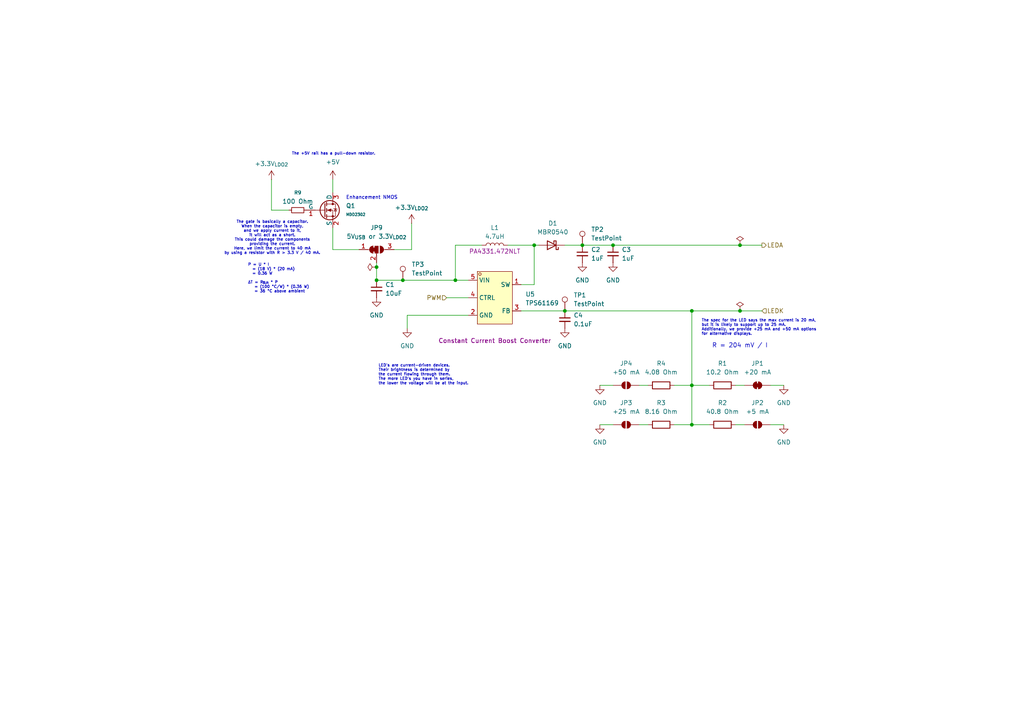
<source format=kicad_sch>
(kicad_sch (version 20250114) (generator "eeschema") (generator_version "9.0")
  (paper "A4")
  (title_block (company "Jakub Hlusička"))
  (lib_symbols
    (symbol "Connector:TestPoint" (pin_numbers (hide yes)) (pin_names (offset 0.762) (hide yes))
      (property "Reference" "TP" (at 0 6.858 0))
      (property "Value" "TestPoint" (at 0 5.08 0))
      (symbol "TestPoint_0_1"
        (circle (center 0 3.302) (radius 0.762))
      )
      (symbol "TestPoint_1_1"
        (pin passive line (at 0 0 90) (length 2.54) (name "1") (number "1"))
      )
    )
    (symbol "Device:C_Small" (pin_numbers (hide yes)) (pin_names (offset 0.254) (hide yes))
      (property "Reference" "C" (at 0.254 1.778 0))
      (property "Value" "C_Small" (at 0.254 -2.032 0))
      (symbol "C_Small_0_1"
        (polyline (pts (xy -1.524 0.508) (xy 1.524 0.508)) (stroke (width 0.3048)))
        (polyline (pts (xy -1.524 -0.508) (xy 1.524 -0.508)) (stroke (width 0.3302)))
      )
      (symbol "C_Small_1_1"
        (pin passive line (at 0 2.54 270) (length 2.032) (name "~") (number "1"))
        (pin passive line (at 0 -2.54 90) (length 2.032) (name "~") (number "2"))
      )
    )
    (symbol "Device:L" (pin_numbers (hide yes)) (pin_names (offset 1.016) (hide yes))
      (property "Reference" "L" (at -1.27 0 90))
      (property "Value" "L" (at 1.905 0 90))
      (symbol "L_0_1"
        (arc (start 0 2.54) (mid 0.6323 1.905) (end 0 1.27))
        (arc (start 0 1.27) (mid 0.6323 0.635) (end 0 0))
        (arc (start 0 0) (mid 0.6323 -0.635) (end 0 -1.27))
        (arc (start 0 -1.27) (mid 0.6323 -1.905) (end 0 -2.54))
      )
      (symbol "L_1_1"
        (pin passive line (at 0 3.81 270) (length 1.27) (name "1") (number "1"))
        (pin passive line (at 0 -3.81 90) (length 1.27) (name "2") (number "2"))
      )
    )
    (symbol "Device:R" (pin_numbers (hide yes)) (pin_names (offset 0))
      (property "Reference" "R" (at 2.032 0 90))
      (property "Value" "R" (at 0 0 90))
      (symbol "R_0_1"
        (rectangle (start -1.016 -2.54) (end 1.016 2.54) (stroke (width 0.254)))
      )
      (symbol "R_1_1"
        (pin passive line (at 0 3.81 270) (length 1.27) (name "~") (number "1"))
        (pin passive line (at 0 -3.81 90) (length 1.27) (name "~") (number "2"))
      )
    )
    (symbol "Device:R_Small" (pin_numbers (hide yes)) (pin_names (offset 0.254) (hide yes))
      (property "Reference" "R" (at 0 0 90))
      (property "Value" "R_Small" (at 1.778 0 90))
      (symbol "R_Small_0_1"
        (rectangle (start -0.762 1.778) (end 0.762 -1.778) (stroke (width 0.2032)))
      )
      (symbol "R_Small_1_1"
        (pin passive line (at 0 2.54 270) (length 0.762) (name "~") (number "1"))
        (pin passive line (at 0 -2.54 90) (length 0.762) (name "~") (number "2"))
      )
    )
    (symbol "Diode:MBR0540" (pin_numbers (hide yes)) (pin_names (offset 1.016) (hide yes))
      (property "Reference" "D" (at 0 2.54 0))
      (property "Value" "MBR0540" (at 0 -2.54 0))
      (symbol "MBR0540_0_1"
        (polyline (pts (xy -1.905 0.635) (xy -1.905 1.27) (xy -1.27 1.27) (xy -1.27 -1.27) (xy -0.635 -1.27) (xy -0.635 -0.635)) (stroke (width 0.254)))
        (polyline (pts (xy 1.27 1.27) (xy 1.27 -1.27) (xy -1.27 0) (xy 1.27 1.27)) (stroke (width 0.254)))
        (polyline (pts (xy 1.27 0) (xy -1.27 0)))
      )
      (symbol "MBR0540_1_1"
        (pin passive line (at -3.81 0 0) (length 2.54) (name "K") (number "1"))
        (pin passive line (at 3.81 0 180) (length 2.54) (name "A") (number "2"))
      )
    )
    (symbol "Jumper:SolderJumper_2_Bridged" (pin_numbers (hide yes)) (pin_names (offset 0) (hide yes)) (in_bom no)
      (property "Reference" "JP" (at 0 2.032 0))
      (property "Value" "SolderJumper_2_Bridged" (at 0 -2.54 0))
      (symbol "SolderJumper_2_Bridged_0_1"
        (rectangle (start -0.508 0.508) (end 0.508 -0.508) (fill (type outline)))
        (polyline (pts (xy -0.254 1.016) (xy -0.254 -1.016)))
        (arc (start -0.254 -1.016) (mid -1.2656 0) (end -0.254 1.016))
        (arc (start -0.254 -1.016) (mid -1.2656 0) (end -0.254 1.016) (fill (type outline)))
        (arc (start 0.254 1.016) (mid 1.2656 0) (end 0.254 -1.016))
        (arc (start 0.254 1.016) (mid 1.2656 0) (end 0.254 -1.016) (fill (type outline)))
        (polyline (pts (xy 0.254 1.016) (xy 0.254 -1.016)))
      )
      (symbol "SolderJumper_2_Bridged_1_1"
        (pin passive line (at -3.81 0 0) (length 2.54) (name "A") (number "1"))
        (pin passive line (at 3.81 0 180) (length 2.54) (name "B") (number "2"))
      )
    )
    (symbol "Jumper:SolderJumper_2_Open" (pin_numbers (hide yes)) (pin_names (offset 0) (hide yes)) (in_bom no)
      (property "Reference" "JP" (at 0 2.032 0))
      (property "Value" "SolderJumper_2_Open" (at 0 -2.54 0))
      (symbol "SolderJumper_2_Open_0_1"
        (polyline (pts (xy -0.254 1.016) (xy -0.254 -1.016)))
        (arc (start -0.254 -1.016) (mid -1.2656 0) (end -0.254 1.016))
        (arc (start -0.254 -1.016) (mid -1.2656 0) (end -0.254 1.016) (fill (type outline)))
        (arc (start 0.254 1.016) (mid 1.2656 0) (end 0.254 -1.016))
        (arc (start 0.254 1.016) (mid 1.2656 0) (end 0.254 -1.016) (fill (type outline)))
        (polyline (pts (xy 0.254 1.016) (xy 0.254 -1.016)))
      )
      (symbol "SolderJumper_2_Open_1_1"
        (pin passive line (at -3.81 0 0) (length 2.54) (name "A") (number "1"))
        (pin passive line (at 3.81 0 180) (length 2.54) (name "B") (number "2"))
      )
    )
    (symbol "Jumper:SolderJumper_3_Bridged12" (pin_names (offset 0) (hide yes)) (in_bom no)
      (property "Reference" "JP" (at -2.54 -2.54 0))
      (property "Value" "SolderJumper_3_Bridged12" (at 0 2.794 0))
      (symbol "SolderJumper_3_Bridged12_0_1"
        (polyline (pts (xy -2.54 0) (xy -2.032 0)))
        (polyline (pts (xy -1.016 1.016) (xy -1.016 -1.016)))
        (rectangle (start -1.016 0.508) (end -0.508 -0.508) (fill (type outline)))
        (arc (start -1.016 -1.016) (mid -2.0276 0) (end -1.016 1.016))
        (arc (start -1.016 -1.016) (mid -2.0276 0) (end -1.016 1.016) (fill (type outline)))
        (rectangle (start -0.508 1.016) (end 0.508 -1.016) (fill (type outline)))
        (polyline (pts (xy 0 -1.27) (xy 0 -1.016)))
        (arc (start 1.016 1.016) (mid 2.0276 0) (end 1.016 -1.016))
        (arc (start 1.016 1.016) (mid 2.0276 0) (end 1.016 -1.016) (fill (type outline)))
        (polyline (pts (xy 1.016 1.016) (xy 1.016 -1.016)))
        (polyline (pts (xy 2.54 0) (xy 2.032 0)))
      )
      (symbol "SolderJumper_3_Bridged12_1_1"
        (pin passive line (at -5.08 0 0) (length 2.54) (name "A") (number "1"))
        (pin passive line (at 0 -3.81 90) (length 2.54) (name "C") (number "2"))
        (pin passive line (at 5.08 0 180) (length 2.54) (name "B") (number "3"))
      )
    )
    (symbol "PCM_JLCPCB-Transistors:NMOS,MDD2302" (pin_names (offset 0))
      (property "Reference" "Q" (at 4.8514 0.834 0))
      (property "Value" "MDD2302" (at 4.8514 -1.2122 0))
      (symbol "NMOS,MDD2302_0_1"
        (polyline (pts (xy 0.254 1.905) (xy 0.254 -1.905)) (stroke (width 0.254)))
        (polyline (pts (xy 0.254 0) (xy -2.54 0)))
        (polyline (pts (xy 0.762 2.286) (xy 0.762 1.27)) (stroke (width 0.254)))
        (polyline (pts (xy 0.762 0.508) (xy 0.762 -0.508)) (stroke (width 0.254)))
        (polyline (pts (xy 0.762 -1.27) (xy 0.762 -2.286)) (stroke (width 0.254)))
        (polyline (pts (xy 0.762 -1.778) (xy 3.302 -1.778) (xy 3.302 1.778) (xy 0.762 1.778)))
        (polyline (pts (xy 1.016 0) (xy 2.032 0.381) (xy 2.032 -0.381) (xy 1.016 0)) (fill (type outline)))
        (circle (center 1.651 0) (radius 2.794) (stroke (width 0.254)))
        (polyline (pts (xy 2.54 2.54) (xy 2.54 1.778)))
        (circle (center 2.54 1.778) (radius 0.254) (fill (type outline)))
        (circle (center 2.54 -1.778) (radius 0.254) (fill (type outline)))
        (polyline (pts (xy 2.54 -2.54) (xy 2.54 0) (xy 0.762 0)))
        (polyline (pts (xy 2.794 0.508) (xy 2.921 0.381) (xy 3.683 0.381) (xy 3.81 0.254)))
        (polyline (pts (xy 3.302 0.381) (xy 2.921 -0.254) (xy 3.683 -0.254) (xy 3.302 0.381)))
      )
      (symbol "NMOS,MDD2302_1_1"
        (pin input line (at -5.08 0 0) (length 2.54) (name "G") (number "1"))
        (pin passive line (at 2.54 5.08 270) (length 2.54) (name "D") (number "3"))
        (pin passive line (at 2.54 -5.08 90) (length 2.54) (name "S") (number "2"))
      )
    )
    (symbol "easyeda2kicad:TPS61169DCKR"
      (property "Reference" "U" (at 0 10.16 0))
      (property "Value" "TPS61169DCKR" (at 0 -10.16 0))
      (symbol "TPS61169DCKR_0_1"
        (rectangle (start -5.08 7.62) (end 5.08 -7.62) (fill (type background)))
        (circle (center -4.32 6.86) (radius 0.38))
      )
      (symbol "TPS61169DCKR_1_1"
        (pin power_in line (at -7.62 5.08 0) (length 2.54) (name "VIN") (number "5"))
        (pin input line (at -7.62 0 0) (length 2.54) (name "CTRL") (number "4"))
        (pin power_in line (at -7.62 -5.08 0) (length 2.54) (name "GND") (number "2"))
        (pin power_out line (at 7.62 3.81 180) (length 2.54) (name "SW") (number "1"))
        (pin power_in line (at 7.62 -3.81 180) (length 2.54) (name "FB") (number "3"))
      )
    )
    (symbol "power:+3.3V" (power) (pin_numbers (hide yes)) (pin_names (offset 0) (hide yes))
      (property "Value" "+3.3V" (at 0 3.556 0))
      (symbol "+3.3V_0_1"
        (polyline (pts (xy -0.762 1.27) (xy 0 2.54)))
        (polyline (pts (xy 0 2.54) (xy 0.762 1.27)))
        (polyline (pts (xy 0 0) (xy 0 2.54)))
      )
      (symbol "+3.3V_1_1"
        (pin power_in line (at 0 0 90) (length 0) (name "~") (number "1"))
      )
    )
    (symbol "power:+5V" (power) (pin_numbers (hide yes)) (pin_names (offset 0) (hide yes))
      (property "Value" "+5V" (at 0 3.556 0))
      (symbol "+5V_0_1"
        (polyline (pts (xy -0.762 1.27) (xy 0 2.54)))
        (polyline (pts (xy 0 2.54) (xy 0.762 1.27)))
        (polyline (pts (xy 0 0) (xy 0 2.54)))
      )
      (symbol "+5V_1_1"
        (pin power_in line (at 0 0 90) (length 0) (name "~") (number "1"))
      )
    )
    (symbol "power:GND" (power) (pin_numbers (hide yes)) (pin_names (offset 0) (hide yes))
      (property "Value" "GND" (at 0 -3.81 0))
      (symbol "GND_0_1"
        (polyline (pts (xy 0 0) (xy 0 -1.27) (xy 1.27 -1.27) (xy 0 -2.54) (xy -1.27 -1.27) (xy 0 -1.27)))
      )
      (symbol "GND_1_1"
        (pin power_in line (at 0 0 270) (length 0) (name "~") (number "1"))
      )
    )
    (symbol "power:PWR_FLAG" (power) (pin_numbers (hide yes)) (pin_names (offset 0) (hide yes))
      (property "Value" "PWR_FLAG" (at 0 3.81 0))
      (symbol "PWR_FLAG_0_0"
        (pin power_out line (at 0 0 90) (length 0) (name "~") (number "1"))
      )
      (symbol "PWR_FLAG_0_1"
        (polyline (pts (xy 0 0) (xy 0 1.27) (xy -1.016 1.905) (xy 0 2.54) (xy 1.016 1.905) (xy 0 1.27)))
      )
    )
  )
  (text "The +5V rail has a pull-down resistor." (at 96.774 44.196 0) (effects (font (size 0.8 0.8)) (justify top)))
  (text "The gate is basically a capacitor.\nWhen the capacitor is empty,\nand we apply current to it,\nit will act as a short.\nThis could damage the components\nproviding the current.\nHere, we limit the current to 40 mA\nby using a resistor with R > 3.3 V / 40 mA." (at 78.994 64.008 0) (effects (font (size 0.8 0.8)) (justify top)))
  (text "R = 204 mV / I" (at 206.502 100.33 0) (effects (font (size 1.27 1.27)) (justify left)))
  (text "The spec for the LED says the max current is 20 mA,\nbut it is likely to support up to 25 mA.\nAdditionally, we provide +25 mA and +50 mA options\nfor alternative displays." (at 203.454 94.996 0) (effects (font (size 0.8 0.8)) (justify left)))
  (text "P = U * I\n  = (18 V) * (20 mA)\n  = 0.36 W\n\nΔT = R_{θJA} * P\n   = (100 °C/W) * (0.36 W)\n   = 36 °C above ambient" (at 71.882 80.772 0) (effects (font (size 0.8 0.8)) (justify left)))
  (text "Enhancement NMOS" (at 100.33 57.404 0) (effects (font (size 1 1)) (justify left)))
  (text "LED's are current-driven devices.\nTheir brightness is determined by\nthe current flowing through them.\nThe more LED's you have in series,\nthe lower the voltage will be at the input." (at 109.728 108.712 0) (effects (font (size 0.8 0.8)) (justify left)))
  (junction (at 200.66 123.19))
  (junction (at 177.8 71.12))
  (junction (at 154.94 71.12))
  (junction (at 109.22 77.47))
  (junction (at 168.91 71.12))
  (junction (at 214.63 71.12))
  (junction (at 214.63 90.17))
  (junction (at 200.66 111.76))
  (junction (at 132.08 81.28))
  (junction (at 109.22 81.28))
  (junction (at 163.83 90.17))
  (junction (at 200.66 90.17))
  (junction (at 116.84 81.28))
  (wire (pts (xy 195.58 123.19) (xy 200.66 123.19)))
  (wire (pts (xy 168.91 71.12) (xy 177.8 71.12)))
  (wire (pts (xy 109.22 77.47) (xy 109.22 81.28)))
  (wire (pts (xy 118.11 91.44) (xy 118.11 95.25)))
  (wire (pts (xy 185.42 111.76) (xy 187.96 111.76)))
  (wire (pts (xy 129.54 86.36) (xy 135.89 86.36)))
  (wire (pts (xy 205.74 111.76) (xy 200.66 111.76)))
  (wire (pts (xy 78.74 52.07) (xy 78.74 60.96)))
  (wire (pts (xy 227.33 111.76) (xy 223.52 111.76)))
  (wire (pts (xy 177.8 71.12) (xy 214.63 71.12)))
  (wire (pts (xy 109.22 81.28) (xy 116.84 81.28)))
  (wire (pts (xy 163.83 71.12) (xy 168.91 71.12)))
  (wire (pts (xy 151.13 90.17) (xy 163.83 90.17)))
  (wire (pts (xy 205.74 123.19) (xy 200.66 123.19)))
  (wire (pts (xy 151.13 82.55) (xy 154.94 82.55)))
  (wire (pts (xy 213.36 111.76) (xy 215.9 111.76)))
  (wire (pts (xy 214.63 90.17) (xy 220.98 90.17)))
  (wire (pts (xy 132.08 81.28) (xy 135.89 81.28)))
  (wire (pts (xy 104.14 72.39) (xy 96.52 72.39)))
  (wire (pts (xy 213.36 123.19) (xy 215.9 123.19)))
  (wire (pts (xy 200.66 90.17) (xy 200.66 111.76)))
  (wire (pts (xy 173.99 123.19) (xy 177.8 123.19)))
  (wire (pts (xy 109.22 76.2) (xy 109.22 77.47)))
  (wire (pts (xy 132.08 71.12) (xy 139.7 71.12)))
  (wire (pts (xy 214.63 71.12) (xy 220.98 71.12)))
  (wire (pts (xy 132.08 81.28) (xy 132.08 71.12)))
  (wire (pts (xy 156.21 71.12) (xy 154.94 71.12)))
  (wire (pts (xy 200.66 90.17) (xy 214.63 90.17)))
  (wire (pts (xy 185.42 123.19) (xy 187.96 123.19)))
  (wire (pts (xy 96.52 52.07) (xy 96.52 55.88)))
  (wire (pts (xy 173.99 111.76) (xy 177.8 111.76)))
  (wire (pts (xy 114.3 72.39) (xy 119.38 72.39)))
  (wire (pts (xy 147.32 71.12) (xy 154.94 71.12)))
  (wire (pts (xy 163.83 90.17) (xy 200.66 90.17)))
  (wire (pts (xy 135.89 91.44) (xy 118.11 91.44)))
  (wire (pts (xy 195.58 111.76) (xy 200.66 111.76)))
  (wire (pts (xy 116.84 81.28) (xy 132.08 81.28)))
  (wire (pts (xy 119.38 72.39) (xy 119.38 64.77)))
  (wire (pts (xy 200.66 111.76) (xy 200.66 123.19)))
  (wire (pts (xy 227.33 123.19) (xy 223.52 123.19)))
  (wire (pts (xy 96.52 72.39) (xy 96.52 66.04)))
  (wire (pts (xy 78.74 60.96) (xy 83.82 60.96)))
  (wire (pts (xy 154.94 71.12) (xy 154.94 82.55)))
  (hierarchical_label "LEDK" (shape input) (at 220.98 90.17 0))
  (hierarchical_label "LEDA" (shape output) (at 220.98 71.12 0))
  (hierarchical_label "PWM" (shape input) (at 129.54 86.36 180))
  (symbol (lib_id "power:GND") (at 227.33 123.19 0) (unit 1)
    (property "Reference" "#PWR016" (effects (hide yes)))
    (property "Value" "GND" (at 227.33 128.27 0))
    (property "Description" "Power symbol creates a global label with name \"GND\" , ground" (effects (hide yes)))
  )
  (symbol (lib_id "power:GND") (at 163.83 95.25 0) (unit 1)
    (property "Reference" "#PWR098" (effects (hide yes)))
    (property "Value" "GND" (at 163.83 100.33 0))
    (property "Description" "Power symbol creates a global label with name \"GND\" , ground" (effects (hide yes)))
  )
  (symbol (lib_id "power:PWR_FLAG") (at 214.63 71.12 0) (unit 1)
    (property "Reference" "#FLG03" (effects (hide yes)))
    (property "Value" "PWR_FLAG" (effects (hide yes)))
    (property "Description" "Special symbol for telling ERC where power comes from" (effects (hide yes)))
  )
  (symbol (lib_id "Device:R_Small") (at 86.36 60.96 90) (unit 1)
    (property "Reference" "R9" (at 86.36 55.88 90) (effects (font (size 1.016 1.016))))
    (property "Value" "100 Ohm" (at 86.36 58.42 90))
    (property "Description" "Resistor, small symbol" (effects (hide yes)))
  )
  (symbol (lib_id "Connector:TestPoint") (at 168.91 71.12 0) (unit 1)
    (property "Reference" "TP2" (at 171.45 66.5479 0) (effects (justify left)))
    (property "Value" "TestPoint" (at 171.45 69.0879 0) (effects (justify left)))
    (property "Description" "test point" (effects (hide yes)))
  )
  (symbol (lib_id "Device:R") (at 209.55 123.19 90) (unit 1)
    (property "Reference" "R2" (at 209.55 116.84 90))
    (property "Value" "40.8 Ohm" (at 209.55 119.38 90))
    (property "Description" "Resistor" (effects (hide yes)))
  )
  (symbol (lib_id "easyeda2kicad:TPS61169DCKR") (at 143.51 86.36 0) (unit 1)
    (property "Reference" "U5" (at 152.4 85.3449 0) (effects (justify left)))
    (property "Value" "TPS61169" (at 152.4 87.8849 0) (effects (justify left)))
    (property "Footprint" "easyeda2kicad:SC-70-5_L2.1-W1.3-P0.65-LS2.1-BR" (effects (hide yes)))
    (property "Datasheet" "https://lcsc.com/product-detail/LED-Drivers_TI_TPS61169DCKR_TPS61169DCKR_C71045.html" (effects (hide yes)))
    (property "Description" "Constant Current Boost Converter" (at 143.51 98.806 0))
    (property "LCSC Part" "C71045" (effects (hide yes)))
  )
  (symbol (lib_id "Diode:MBR0540") (at 160.02 71.12 180) (unit 1)
    (property "Reference" "D1" (at 160.3375 64.77 0))
    (property "Value" "MBR0540" (at 160.3375 67.31 0))
    (property "Footprint" "Diode_SMD:D_SOD-123" (effects (hide yes)))
    (property "Datasheet" "http://www.mccsemi.com/up_pdf/MBR0520~MBR0580(SOD123).pdf" (effects (hide yes)))
    (property "Description" "40V 0.5A Schottky Power Rectifier Diode, SOD-123" (effects (hide yes)))
  )
  (symbol (lib_id "power:GND") (at 177.8 76.2 0) (unit 1)
    (property "Reference" "#PWR097" (effects (hide yes)))
    (property "Value" "GND" (at 177.8 81.28 0))
    (property "Description" "Power symbol creates a global label with name \"GND\" , ground" (effects (hide yes)))
  )
  (symbol (lib_id "power:+5V") (at 96.52 52.07 0) (unit 1)
    (property "Reference" "#PWR0106" (effects (hide yes)))
    (property "Value" "+5V" (at 96.52 46.99 0))
    (property "Description" "Power symbol creates a global label with name \"+5V\"" (effects (hide yes)))
  )
  (symbol (lib_id "Device:R") (at 191.77 111.76 90) (unit 1)
    (property "Reference" "R4" (at 191.77 105.41 90))
    (property "Value" "4.08 Ohm" (at 191.77 107.95 90))
    (property "Description" "Resistor" (effects (hide yes)))
  )
  (symbol (lib_id "Device:C_Small") (at 109.22 83.82 0) (unit 1)
    (property "Reference" "C1" (at 111.76 82.5562 0) (effects (justify left)))
    (property "Value" "10uF" (at 111.76 85.0962 0) (effects (justify left)))
    (property "Description" "Unpolarized capacitor, small symbol" (effects (hide yes)))
  )
  (symbol (lib_id "Device:C_Small") (at 168.91 73.66 0) (unit 1)
    (property "Reference" "C2" (at 171.45 72.3962 0) (effects (justify left)))
    (property "Value" "1uF" (at 171.45 74.9362 0) (effects (justify left)))
    (property "Description" "Unpolarized capacitor, small symbol" (effects (hide yes)))
  )
  (symbol (lib_id "power:PWR_FLAG") (at 214.63 90.17 0) (unit 1)
    (property "Reference" "#FLG04" (effects (hide yes)))
    (property "Value" "PWR_FLAG" (effects (hide yes)))
    (property "Description" "Special symbol for telling ERC where power comes from" (effects (hide yes)))
  )
  (symbol (lib_id "Device:R") (at 191.77 123.19 90) (unit 1)
    (property "Reference" "R3" (at 191.77 116.84 90))
    (property "Value" "8.16 Ohm" (at 191.77 119.38 90))
    (property "Description" "Resistor" (effects (hide yes)))
  )
  (symbol (lib_id "Connector:TestPoint") (at 116.84 81.28 0) (unit 1)
    (property "Reference" "TP3" (at 119.38 76.7079 0) (effects (justify left)))
    (property "Value" "TestPoint" (at 119.38 79.2479 0) (effects (justify left)))
    (property "Description" "test point" (effects (hide yes)))
  )
  (symbol (lib_id "power:PWR_FLAG") (at 109.22 77.47 90) (unit 1)
    (property "Reference" "#FLG05" (effects (hide yes)))
    (property "Value" "PWR_FLAG" (effects (hide yes)))
    (property "Description" "Special symbol for telling ERC where power comes from" (effects (hide yes)))
  )
  (symbol (lib_id "power:GND") (at 227.33 111.76 0) (unit 1)
    (property "Reference" "#PWR094" (effects (hide yes)))
    (property "Value" "GND" (at 227.33 116.84 0))
    (property "Description" "Power symbol creates a global label with name \"GND\" , ground" (effects (hide yes)))
  )
  (symbol (lib_id "power:+3.3V") (at 78.74 52.07 0) (unit 1)
    (property "Reference" "#PWR090" (effects (hide yes)))
    (property "Value" "+3.3V_{LDO2}" (at 78.74 47.498 0))
    (property "Description" "Power symbol creates a global label with name \"+3.3V\"" (effects (hide yes)))
  )
  (symbol (lib_id "power:GND") (at 118.11 95.25 0) (unit 1)
    (property "Reference" "#PWR093" (effects (hide yes)))
    (property "Value" "GND" (at 118.11 100.33 0))
    (property "Description" "Power symbol creates a global label with name \"GND\" , ground" (effects (hide yes)))
  )
  (symbol (lib_id "Jumper:SolderJumper_2_Open") (at 219.71 123.19 0) (unit 1) (in_bom no)
    (property "Reference" "JP2" (at 219.71 116.84 0))
    (property "Value" "+5 mA" (at 219.71 119.38 0))
    (property "Description" "Solder Jumper, 2-pole, open" (effects (hide yes)))
  )
  (symbol (lib_id "power:GND") (at 109.22 86.36 0) (unit 1)
    (property "Reference" "#PWR091" (effects (hide yes)))
    (property "Value" "GND" (at 109.22 91.44 0))
    (property "Description" "Power symbol creates a global label with name \"GND\" , ground" (effects (hide yes)))
  )
  (symbol (lib_id "Device:C_Small") (at 177.8 73.66 0) (unit 1)
    (property "Reference" "C3" (at 180.34 72.3962 0) (effects (justify left)))
    (property "Value" "1uF" (at 180.34 74.9362 0) (effects (justify left)))
    (property "Description" "Unpolarized capacitor, small symbol" (effects (hide yes)))
  )
  (symbol (lib_id "Jumper:SolderJumper_2_Bridged") (at 219.71 111.76 0) (unit 1) (in_bom no)
    (property "Reference" "JP1" (at 219.71 105.41 0))
    (property "Value" "+20 mA" (at 219.71 107.95 0))
    (property "Description" "Solder Jumper, 2-pole, closed/bridged" (effects (hide yes)))
  )
  (symbol (lib_id "Connector:TestPoint") (at 163.83 90.17 0) (unit 1)
    (property "Reference" "TP1" (at 166.37 85.5979 0) (effects (justify left)))
    (property "Value" "TestPoint" (at 166.37 88.1379 0) (effects (justify left)))
    (property "Description" "test point" (effects (hide yes)))
  )
  (symbol (lib_id "Device:R") (at 209.55 111.76 90) (unit 1)
    (property "Reference" "R1" (at 209.55 105.41 90))
    (property "Value" "10.2 Ohm" (at 209.55 107.95 90))
    (property "Description" "Resistor" (effects (hide yes)))
  )
  (symbol (lib_id "Device:L") (at 143.51 71.12 90) (unit 1)
    (property "Reference" "L1" (at 143.51 66.04 90))
    (property "Value" "4.7uH" (at 143.51 68.58 90))
    (property "Description" "PA4331.472NLT" (at 143.51 72.898 90))
  )
  (symbol (lib_id "power:GND") (at 173.99 111.76 0) (unit 1)
    (property "Reference" "#PWR095" (effects (hide yes)))
    (property "Value" "GND" (at 173.99 116.84 0))
    (property "Description" "Power symbol creates a global label with name \"GND\" , ground" (effects (hide yes)))
  )
  (symbol (lib_id "Jumper:SolderJumper_2_Open") (at 181.61 123.19 0) (unit 1) (in_bom no)
    (property "Reference" "JP3" (at 181.61 116.84 0))
    (property "Value" "+25 mA" (at 181.61 119.38 0))
    (property "Description" "Solder Jumper, 2-pole, open" (effects (hide yes)))
  )
  (symbol (lib_id "Jumper:SolderJumper_2_Open") (at 181.61 111.76 0) (unit 1) (in_bom no)
    (property "Reference" "JP4" (at 181.61 105.41 0))
    (property "Value" "+50 mA" (at 181.61 107.95 0))
    (property "Description" "Solder Jumper, 2-pole, open" (effects (hide yes)))
  )
  (symbol (lib_id "power:GND") (at 168.91 76.2 0) (unit 1)
    (property "Reference" "#PWR096" (effects (hide yes)))
    (property "Value" "GND" (at 168.91 81.28 0))
    (property "Description" "Power symbol creates a global label with name \"GND\" , ground" (effects (hide yes)))
  )
  (symbol (lib_id "power:+3.3V") (at 119.38 64.77 0) (unit 1)
    (property "Reference" "#PWR0114" (effects (hide yes)))
    (property "Value" "+3.3V_{LDO2}" (at 119.38 60.198 0))
    (property "Description" "Power symbol creates a global label with name \"+3.3V\"" (effects (hide yes)))
  )
  (symbol (lib_id "power:GND") (at 173.99 123.19 0) (unit 1)
    (property "Reference" "#PWR092" (effects (hide yes)))
    (property "Value" "GND" (at 173.99 128.27 0))
    (property "Description" "Power symbol creates a global label with name \"GND\" , ground" (effects (hide yes)))
  )
  (symbol (lib_id "Device:C_Small") (at 163.83 92.71 0) (unit 1)
    (property "Reference" "C4" (at 166.37 91.4462 0) (effects (justify left)))
    (property "Value" "0.1uF" (at 166.37 93.9862 0) (effects (justify left)))
    (property "Description" "Unpolarized capacitor, small symbol" (effects (hide yes)))
  )
  (symbol (lib_id "Jumper:SolderJumper_3_Bridged12") (at 109.22 72.39 0) (unit 1) (in_bom no)
    (property "Reference" "JP9" (at 109.22 66.04 0))
    (property "Value" "5V_{USB} or 3.3V_{LDO2}" (at 109.22 68.58 0))
    (property "Description" "3-pole Solder Jumper, pins 1+2 closed/bridged" (effects (hide yes)))
  )
  (symbol (lib_id "PCM_JLCPCB-Transistors:NMOS,MDD2302") (at 93.98 60.96 0) (unit 1)
    (property "Reference" "Q1" (at 100.33 59.6899 0) (effects (justify left)))
    (property "Value" "MDD2302" (at 100.33 62.23 0) (effects (font (size 0.8 0.8)) (justify left)))
    (property "Footprint" "PCM_JLCPCB:Q_SOT-23" (effects (hide yes)))
    (property "Datasheet" "https://www.lcsc.com/datasheet/lcsc_datasheet_2407101108_MDD-Microdiode-Semiconductor-MDD2302_C427390.pdf" (effects (hide yes)))
    (property "Description" "20V 3A 28mΩ@4.5V,3A 1.2W 600mV@250uA 1 N-Channel SOT-23 MOSFETs ROHS" (effects (hide yes)))
    (property "LCSC" "C427390" (effects (hide yes)))
    (property "Stock" "223903" (effects (hide yes)))
    (property "Price" "0.023USD" (effects (hide yes)))
    (property "Process" "SMT" (effects (hide yes)))
    (property "Minimum Qty" "10" (effects (hide yes)))
    (property "Attrition Qty" "5" (effects (hide yes)))
    (property "Class" "Preferred Component" (effects (hide yes)))
    (property "Category" "Transistors,MOSFETs" (effects (hide yes)))
    (property "Manufacturer" "MDD（Microdiode Electronics）" (effects (hide yes)))
    (property "Part" "MDD2302" (effects (hide yes)))
    (property "Continuous Drain Current (Id)" "4A" (effects (hide yes)))
    (property "Input Capacitance (Ciss@Vds)" "340pF@10V" (effects (hide yes)))
    (property "Operating Temperature" "-50°C~+150°C" (effects (hide yes)))
    (property "Type" "1 N-channel" (effects (hide yes)))
    (property "Drain Source Voltage (Vdss)" "20V" (effects (hide yes)))
    (property "Power Dissipation (Pd)" "1.25W" (effects (hide yes)))
    (property "Gate Threshold Voltage (Vgs(th)@Id)" "500mV@250uA" (effects (hide yes)))
    (property "Reverse Transfer Capacitance (Crss@Vds)" "33pF" (effects (hide yes)))
    (property "Drain Source On Resistance (RDS(on)@Vgs,Id)" "28mΩ@2.5V,4A" (effects (hide yes)))
    (property "Total Gate Charge (Qg@Vgs)" "5.4nC@10V" (effects (hide yes)))
  )
)
</source>
